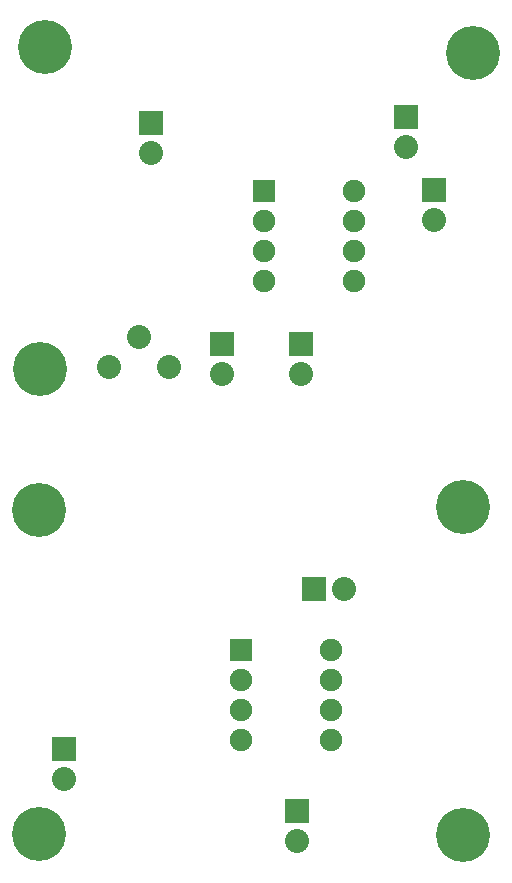
<source format=gbs>
G04 (created by PCBNEW-RS274X (2012-apr-16-27)-stable) date Sat 01 Mar 2014 16:34:46 GMT*
G01*
G70*
G90*
%MOIN*%
G04 Gerber Fmt 3.4, Leading zero omitted, Abs format*
%FSLAX34Y34*%
G04 APERTURE LIST*
%ADD10C,0.006000*%
%ADD11C,0.180000*%
%ADD12R,0.075000X0.075000*%
%ADD13C,0.075000*%
%ADD14R,0.080000X0.080000*%
%ADD15C,0.080000*%
G04 APERTURE END LIST*
G54D10*
G54D11*
X57240Y-34940D03*
G54D12*
X63980Y-39600D03*
G54D13*
X63980Y-40600D03*
X63980Y-41600D03*
X63980Y-42600D03*
X66980Y-42600D03*
X66980Y-41600D03*
X66980Y-40600D03*
X66980Y-39600D03*
G54D12*
X64720Y-24325D03*
G54D13*
X64720Y-25325D03*
X64720Y-26325D03*
X64720Y-27325D03*
X67720Y-27325D03*
X67720Y-26325D03*
X67720Y-25325D03*
X67720Y-24325D03*
G54D14*
X70390Y-24280D03*
G54D15*
X70390Y-25280D03*
G54D14*
X65970Y-29430D03*
G54D15*
X65970Y-30430D03*
G54D14*
X63340Y-29430D03*
G54D15*
X63340Y-30430D03*
G54D14*
X69460Y-21850D03*
G54D15*
X69460Y-22850D03*
G54D14*
X60950Y-22040D03*
G54D15*
X60950Y-23040D03*
G54D14*
X66400Y-37580D03*
G54D15*
X67400Y-37580D03*
X59550Y-30190D03*
X60550Y-29190D03*
X61550Y-30190D03*
G54D11*
X71380Y-45780D03*
X71380Y-34840D03*
X57430Y-19530D03*
X57260Y-30240D03*
X71710Y-19710D03*
X57240Y-45750D03*
G54D14*
X65830Y-44980D03*
G54D15*
X65830Y-45980D03*
G54D14*
X58080Y-42920D03*
G54D15*
X58080Y-43920D03*
M02*

</source>
